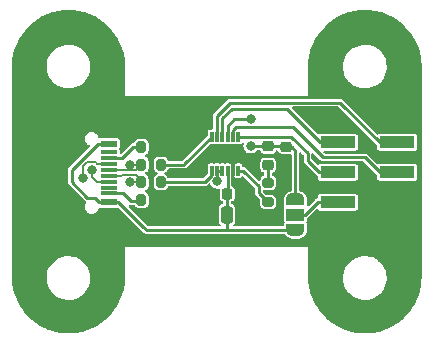
<source format=gbr>
%TF.GenerationSoftware,KiCad,Pcbnew,7.0.5*%
%TF.CreationDate,2023-07-02T14:02:18+02:00*%
%TF.ProjectId,usb_to_serial_converter,7573625f-746f-45f7-9365-7269616c5f63,rev?*%
%TF.SameCoordinates,Original*%
%TF.FileFunction,Copper,L1,Top*%
%TF.FilePolarity,Positive*%
%FSLAX46Y46*%
G04 Gerber Fmt 4.6, Leading zero omitted, Abs format (unit mm)*
G04 Created by KiCad (PCBNEW 7.0.5) date 2023-07-02 14:02:18*
%MOMM*%
%LPD*%
G01*
G04 APERTURE LIST*
G04 Aperture macros list*
%AMRoundRect*
0 Rectangle with rounded corners*
0 $1 Rounding radius*
0 $2 $3 $4 $5 $6 $7 $8 $9 X,Y pos of 4 corners*
0 Add a 4 corners polygon primitive as box body*
4,1,4,$2,$3,$4,$5,$6,$7,$8,$9,$2,$3,0*
0 Add four circle primitives for the rounded corners*
1,1,$1+$1,$2,$3*
1,1,$1+$1,$4,$5*
1,1,$1+$1,$6,$7*
1,1,$1+$1,$8,$9*
0 Add four rect primitives between the rounded corners*
20,1,$1+$1,$2,$3,$4,$5,0*
20,1,$1+$1,$4,$5,$6,$7,0*
20,1,$1+$1,$6,$7,$8,$9,0*
20,1,$1+$1,$8,$9,$2,$3,0*%
%AMFreePoly0*
4,1,19,0.550000,-0.750000,0.000000,-0.750000,0.000000,-0.744911,-0.071157,-0.744911,-0.207708,-0.704816,-0.327430,-0.627875,-0.420627,-0.520320,-0.479746,-0.390866,-0.500000,-0.250000,-0.500000,0.250000,-0.479746,0.390866,-0.420627,0.520320,-0.327430,0.627875,-0.207708,0.704816,-0.071157,0.744911,0.000000,0.744911,0.000000,0.750000,0.550000,0.750000,0.550000,-0.750000,0.550000,-0.750000,
$1*%
%AMFreePoly1*
4,1,19,0.000000,0.744911,0.071157,0.744911,0.207708,0.704816,0.327430,0.627875,0.420627,0.520320,0.479746,0.390866,0.500000,0.250000,0.500000,-0.250000,0.479746,-0.390866,0.420627,-0.520320,0.327430,-0.627875,0.207708,-0.704816,0.071157,-0.744911,0.000000,-0.744911,0.000000,-0.750000,-0.550000,-0.750000,-0.550000,0.750000,0.000000,0.750000,0.000000,0.744911,0.000000,0.744911,
$1*%
G04 Aperture macros list end*
%TA.AperFunction,SMDPad,CuDef*%
%ADD10RoundRect,0.200000X-0.200000X-0.275000X0.200000X-0.275000X0.200000X0.275000X-0.200000X0.275000X0*%
%TD*%
%TA.AperFunction,SMDPad,CuDef*%
%ADD11FreePoly0,90.000000*%
%TD*%
%TA.AperFunction,SMDPad,CuDef*%
%ADD12R,1.500000X1.000000*%
%TD*%
%TA.AperFunction,SMDPad,CuDef*%
%ADD13FreePoly1,90.000000*%
%TD*%
%TA.AperFunction,SMDPad,CuDef*%
%ADD14R,3.000000X1.000000*%
%TD*%
%TA.AperFunction,SMDPad,CuDef*%
%ADD15RoundRect,0.225000X-0.225000X-0.250000X0.225000X-0.250000X0.225000X0.250000X-0.225000X0.250000X0*%
%TD*%
%TA.AperFunction,SMDPad,CuDef*%
%ADD16R,1.450000X0.600000*%
%TD*%
%TA.AperFunction,SMDPad,CuDef*%
%ADD17R,1.450000X0.300000*%
%TD*%
%TA.AperFunction,ComponentPad*%
%ADD18O,2.100000X1.000000*%
%TD*%
%TA.AperFunction,ComponentPad*%
%ADD19O,1.600000X1.000000*%
%TD*%
%TA.AperFunction,SMDPad,CuDef*%
%ADD20RoundRect,0.225000X-0.250000X0.225000X-0.250000X-0.225000X0.250000X-0.225000X0.250000X0.225000X0*%
%TD*%
%TA.AperFunction,SMDPad,CuDef*%
%ADD21RoundRect,0.200000X-0.275000X0.200000X-0.275000X-0.200000X0.275000X-0.200000X0.275000X0.200000X0*%
%TD*%
%TA.AperFunction,SMDPad,CuDef*%
%ADD22RoundRect,0.007500X0.117500X-0.412500X0.117500X0.412500X-0.117500X0.412500X-0.117500X-0.412500X0*%
%TD*%
%TA.AperFunction,SMDPad,CuDef*%
%ADD23R,2.500000X1.600000*%
%TD*%
%TA.AperFunction,SMDPad,CuDef*%
%ADD24RoundRect,0.218750X0.256250X-0.218750X0.256250X0.218750X-0.256250X0.218750X-0.256250X-0.218750X0*%
%TD*%
%TA.AperFunction,SMDPad,CuDef*%
%ADD25RoundRect,0.250000X-0.250000X-0.475000X0.250000X-0.475000X0.250000X0.475000X-0.250000X0.475000X0*%
%TD*%
%TA.AperFunction,ViaPad*%
%ADD26C,0.500000*%
%TD*%
%TA.AperFunction,ViaPad*%
%ADD27C,0.800000*%
%TD*%
%TA.AperFunction,Conductor*%
%ADD28C,0.250000*%
%TD*%
%TA.AperFunction,Conductor*%
%ADD29C,0.200000*%
%TD*%
G04 APERTURE END LIST*
D10*
%TO.P,R2,1*%
%TO.N,Net-(J1-CC1)*%
X117775000Y-78700000D03*
%TO.P,R2,2*%
%TO.N,GND*%
X119425000Y-78700000D03*
%TD*%
D11*
%TO.P,JP1,1,A*%
%TO.N,/5v*%
X130820000Y-85760000D03*
D12*
%TO.P,JP1,2,C*%
%TO.N,Net-(J3-Pin_1)*%
X130820000Y-84460000D03*
D13*
%TO.P,JP1,3,B*%
%TO.N,/3v3*%
X130820000Y-83160000D03*
%TD*%
D14*
%TO.P,J3,1,Pin_1*%
%TO.N,Net-(J3-Pin_1)*%
X134400000Y-83400000D03*
%TO.P,J3,2,Pin_2*%
%TO.N,GND*%
X139440000Y-83400000D03*
%TO.P,J3,3,Pin_3*%
%TO.N,/TX*%
X134400000Y-80860000D03*
%TO.P,J3,4,Pin_4*%
%TO.N,/RTS*%
X139440000Y-80860000D03*
%TO.P,J3,5,Pin_5*%
%TO.N,/RX*%
X134400000Y-78320000D03*
%TO.P,J3,6,Pin_6*%
%TO.N,/CTS*%
X139440000Y-78320000D03*
%TD*%
D15*
%TO.P,C2,1*%
%TO.N,/5v*%
X125045000Y-82660000D03*
%TO.P,C2,2*%
%TO.N,GND*%
X126595000Y-82660000D03*
%TD*%
D10*
%TO.P,R4,1*%
%TO.N,/D+*%
X117775000Y-80200000D03*
%TO.P,R4,2*%
%TO.N,Net-(U1-USBDP)*%
X119425000Y-80200000D03*
%TD*%
D16*
%TO.P,J1,A1,GND*%
%TO.N,GND*%
X115000000Y-77650000D03*
%TO.P,J1,A4,VBUS*%
%TO.N,/5v*%
X115000000Y-78450000D03*
D17*
%TO.P,J1,A5,CC1*%
%TO.N,Net-(J1-CC1)*%
X115000000Y-79650000D03*
%TO.P,J1,A6,D+*%
%TO.N,/D+*%
X115000000Y-80650000D03*
%TO.P,J1,A7,D-*%
%TO.N,/D-*%
X115000000Y-81150000D03*
%TO.P,J1,A8,SBU1*%
%TO.N,unconnected-(J1-SBU1-PadA8)*%
X115000000Y-82150000D03*
D16*
%TO.P,J1,A9,VBUS*%
%TO.N,/5v*%
X115000000Y-83350000D03*
%TO.P,J1,A12,GND*%
%TO.N,GND*%
X115000000Y-84150000D03*
%TO.P,J1,B1,GND*%
X115000000Y-84150000D03*
%TO.P,J1,B4,VBUS*%
%TO.N,/5v*%
X115000000Y-83350000D03*
D17*
%TO.P,J1,B5,CC2*%
%TO.N,Net-(J1-CC2)*%
X115000000Y-82650000D03*
%TO.P,J1,B6,D+*%
%TO.N,/D+*%
X115000000Y-81650000D03*
%TO.P,J1,B7,D-*%
%TO.N,/D-*%
X115000000Y-80150000D03*
%TO.P,J1,B8,SBU2*%
%TO.N,unconnected-(J1-SBU2-PadB8)*%
X115000000Y-79150000D03*
D16*
%TO.P,J1,B9,VBUS*%
%TO.N,/5v*%
X115000000Y-78450000D03*
%TO.P,J1,B12,GND*%
%TO.N,GND*%
X115000000Y-77650000D03*
D18*
%TO.P,J1,S1,SHIELD*%
X114085000Y-76580000D03*
D19*
X109905000Y-76580000D03*
D18*
X114085000Y-85220000D03*
D19*
X109905000Y-85220000D03*
%TD*%
D20*
%TO.P,C3,1*%
%TO.N,/3v3*%
X130020000Y-78685000D03*
%TO.P,C3,2*%
%TO.N,GND*%
X130020000Y-80235000D03*
%TD*%
D21*
%TO.P,R5,1*%
%TO.N,Net-(D1-K)*%
X128520000Y-81735000D03*
%TO.P,R5,2*%
%TO.N,/LED*%
X128520000Y-83385000D03*
%TD*%
D10*
%TO.P,R1,1*%
%TO.N,Net-(J1-CC2)*%
X117775000Y-83200000D03*
%TO.P,R1,2*%
%TO.N,GND*%
X119425000Y-83200000D03*
%TD*%
D22*
%TO.P,U1,1,USBDM*%
%TO.N,Net-(U1-USBDM)*%
X123720000Y-80730000D03*
%TO.P,U1,2,~{RESET}*%
%TO.N,/3v3*%
X124170000Y-80730000D03*
%TO.P,U1,3,3V3OUT*%
X124620000Y-80730000D03*
%TO.P,U1,4,VCC*%
%TO.N,/5v*%
X125070000Y-80730000D03*
%TO.P,U1,5,GND*%
%TO.N,GND*%
X125520000Y-80730000D03*
%TO.P,U1,6,CBUS0*%
%TO.N,/LED*%
X125970000Y-80730000D03*
%TO.P,U1,7,TXD*%
%TO.N,/TX*%
X125970000Y-77860000D03*
%TO.P,U1,8,~{RTS}*%
%TO.N,/RTS*%
X125520000Y-77860000D03*
%TO.P,U1,9,VCCIO*%
%TO.N,/3v3*%
X125070000Y-77860000D03*
%TO.P,U1,10,RXD*%
%TO.N,/RX*%
X124620000Y-77860000D03*
%TO.P,U1,11,~{CTS}*%
%TO.N,/CTS*%
X124170000Y-77860000D03*
%TO.P,U1,12,USBDP*%
%TO.N,Net-(U1-USBDP)*%
X123720000Y-77860000D03*
D23*
%TO.P,U1,13,GND*%
%TO.N,GND*%
X124845000Y-79295000D03*
%TD*%
D10*
%TO.P,R3,1*%
%TO.N,/D-*%
X117775000Y-81700000D03*
%TO.P,R3,2*%
%TO.N,Net-(U1-USBDM)*%
X119425000Y-81700000D03*
%TD*%
D24*
%TO.P,D1,1,K*%
%TO.N,Net-(D1-K)*%
X128520000Y-80247500D03*
%TO.P,D1,2,A*%
%TO.N,/3v3*%
X128520000Y-78672500D03*
%TD*%
D25*
%TO.P,C1,1*%
%TO.N,/5v*%
X125020000Y-84460000D03*
%TO.P,C1,2*%
%TO.N,GND*%
X126920000Y-84460000D03*
%TD*%
D26*
%TO.N,GND*%
X138900000Y-82400000D03*
X124845000Y-78900000D03*
X125745000Y-79700000D03*
X123900000Y-79700000D03*
D27*
X115800000Y-76700000D03*
D26*
X123900000Y-78900000D03*
D27*
X115800000Y-85100000D03*
D26*
X125745000Y-78900000D03*
X137300000Y-83100000D03*
D27*
X130020000Y-81560000D03*
D26*
X124845000Y-79700000D03*
X138900000Y-84400000D03*
X137300000Y-83800000D03*
X137900000Y-84400000D03*
X137900000Y-82400000D03*
D27*
%TO.N,/3v3*%
X127020000Y-76335500D03*
X124189311Y-81637151D03*
X127020000Y-78660000D03*
%TO.N,/D+*%
X116800000Y-80200000D03*
X113600000Y-80700000D03*
%TO.N,/D-*%
X112843892Y-81356108D03*
X116800000Y-81700000D03*
%TD*%
D28*
%TO.N,/5v*%
X115000000Y-78450000D02*
X114104949Y-78450000D01*
X125020000Y-85760000D02*
X118235500Y-85760000D01*
X111900000Y-80654949D02*
X111900000Y-81700000D01*
X118235500Y-85760000D02*
X117937750Y-85462250D01*
X113200000Y-83000000D02*
X113825000Y-83000000D01*
X115000000Y-83350000D02*
X115825500Y-83350000D01*
X113825000Y-83000000D02*
X114175000Y-83350000D01*
X114175000Y-83350000D02*
X115000000Y-83350000D01*
X111900000Y-81700000D02*
X113200000Y-83000000D01*
X114104949Y-78450000D02*
X111900000Y-80654949D01*
X125070000Y-80730000D02*
X125070000Y-82635000D01*
X115825500Y-83350000D02*
X117937750Y-85462250D01*
X125020000Y-85760000D02*
X125020000Y-84460000D01*
X125070000Y-82635000D02*
X125045000Y-82660000D01*
X125020000Y-82685000D02*
X125045000Y-82660000D01*
X125020000Y-85760000D02*
X130820000Y-85760000D01*
X125020000Y-84460000D02*
X125020000Y-82685000D01*
%TO.N,GND*%
X130020000Y-80235000D02*
X130020000Y-81560000D01*
X124945000Y-79295000D02*
X125414774Y-79295000D01*
%TO.N,/3v3*%
X124170000Y-81610000D02*
X124170000Y-81617840D01*
X124170000Y-81610000D02*
X124170000Y-80730000D01*
X130485000Y-78685000D02*
X130820000Y-79020000D01*
X128520000Y-78672500D02*
X128507500Y-78660000D01*
X130007500Y-78672500D02*
X130020000Y-78685000D01*
X125644500Y-76335500D02*
X125070000Y-76910000D01*
X124170000Y-80730000D02*
X124620000Y-80730000D01*
X125070000Y-76910000D02*
X125070000Y-77860000D01*
X128507500Y-78660000D02*
X127020000Y-78660000D01*
X130820000Y-79020000D02*
X130820000Y-83160000D01*
X127020000Y-76335500D02*
X125644500Y-76335500D01*
X128520000Y-78672500D02*
X130007500Y-78672500D01*
X124170000Y-81617840D02*
X124189311Y-81637151D01*
X130020000Y-78685000D02*
X130485000Y-78685000D01*
%TO.N,Net-(D1-K)*%
X128520000Y-81735000D02*
X128520000Y-80247500D01*
%TO.N,Net-(J1-CC1)*%
X115000000Y-79650000D02*
X116150000Y-79650000D01*
X117100000Y-78700000D02*
X117775000Y-78700000D01*
X116150000Y-79650000D02*
X117100000Y-78700000D01*
D29*
%TO.N,/D+*%
X115000000Y-80650000D02*
X116087501Y-80650000D01*
X116087501Y-80650000D02*
X116112501Y-80675000D01*
X117300000Y-80675000D02*
X117775000Y-80200000D01*
X116112501Y-80675000D02*
X117300000Y-80675000D01*
X114025000Y-81650000D02*
X115000000Y-81650000D01*
X116800000Y-80200000D02*
X117775000Y-80200000D01*
X113600000Y-80700000D02*
X113600000Y-81225000D01*
X113600000Y-81225000D02*
X114025000Y-81650000D01*
%TO.N,/D-*%
X117300000Y-81125000D02*
X117775000Y-81600000D01*
X116800000Y-81700000D02*
X117775000Y-81700000D01*
X116112501Y-81125000D02*
X117300000Y-81125000D01*
X112843892Y-80356108D02*
X113200000Y-80000000D01*
X112843892Y-81356108D02*
X112843892Y-80356108D01*
X114039950Y-80150000D02*
X115000000Y-80150000D01*
X115000000Y-81150000D02*
X116087501Y-81150000D01*
X116087501Y-81150000D02*
X116112501Y-81125000D01*
X113889950Y-80000000D02*
X114039950Y-80150000D01*
X113200000Y-80000000D02*
X113889950Y-80000000D01*
X117775000Y-81600000D02*
X117775000Y-81700000D01*
D28*
%TO.N,Net-(J1-CC2)*%
X115000000Y-82650000D02*
X116250000Y-82650000D01*
X116250000Y-82650000D02*
X116900000Y-83300000D01*
X116900000Y-83300000D02*
X117775000Y-83300000D01*
%TO.N,Net-(U1-USBDM)*%
X119425000Y-81700000D02*
X123096157Y-81700000D01*
X123141157Y-81660000D02*
X123720000Y-81081157D01*
X123720000Y-81081157D02*
X123720000Y-80730000D01*
%TO.N,Net-(U1-USBDP)*%
X119425000Y-80200000D02*
X121380000Y-80200000D01*
X121420000Y-80160000D02*
X123720000Y-77860000D01*
X121380000Y-80200000D02*
X121420000Y-80160000D01*
%TO.N,/LED*%
X126390000Y-80730000D02*
X127720000Y-82060000D01*
X125970000Y-80730000D02*
X126390000Y-80730000D01*
X127720000Y-82060000D02*
X127720000Y-82585000D01*
X127720000Y-82585000D02*
X128520000Y-83385000D01*
%TO.N,Net-(J3-Pin_1)*%
X131640000Y-84460000D02*
X132700000Y-83400000D01*
X132700000Y-83400000D02*
X134400000Y-83400000D01*
X130820000Y-84460000D02*
X131640000Y-84460000D01*
%TO.N,/RX*%
X134400000Y-78320000D02*
X132920000Y-78320000D01*
X130060000Y-75460000D02*
X125420000Y-75460000D01*
X124620000Y-76260000D02*
X124620000Y-77860000D01*
X125420000Y-75460000D02*
X124620000Y-76260000D01*
X132920000Y-78320000D02*
X130060000Y-75460000D01*
%TO.N,/RTS*%
X133160000Y-79600000D02*
X136700000Y-79600000D01*
X125520000Y-77860000D02*
X125520000Y-77309774D01*
X130620000Y-77060000D02*
X133160000Y-79600000D01*
X125520000Y-77309774D02*
X125769774Y-77060000D01*
X125769774Y-77060000D02*
X130620000Y-77060000D01*
X136700000Y-79600000D02*
X137960000Y-80860000D01*
X137960000Y-80860000D02*
X139440000Y-80860000D01*
%TO.N,/TX*%
X130447817Y-77860000D02*
X125970000Y-77860000D01*
X131843908Y-79863908D02*
X131843908Y-79256092D01*
X132840000Y-80860000D02*
X131843908Y-79863908D01*
X134400000Y-80860000D02*
X132840000Y-80860000D01*
X131843908Y-79256092D02*
X130447817Y-77860000D01*
%TO.N,/CTS*%
X137940000Y-78320000D02*
X134580000Y-74960000D01*
X125283604Y-74960000D02*
X124170000Y-76073604D01*
X139440000Y-78320000D02*
X137940000Y-78320000D01*
X124170000Y-76073604D02*
X124170000Y-77860000D01*
X134580000Y-74960000D02*
X125283604Y-74960000D01*
%TD*%
%TA.AperFunction,Conductor*%
%TO.N,GND*%
G36*
X126446722Y-78342537D02*
G01*
X126467900Y-78399940D01*
X126460440Y-78441712D01*
X126434957Y-78503232D01*
X126434955Y-78503241D01*
X126414318Y-78659999D01*
X126414318Y-78660000D01*
X126434955Y-78816758D01*
X126434957Y-78816766D01*
X126495462Y-78962838D01*
X126495462Y-78962839D01*
X126586898Y-79082001D01*
X126591718Y-79088282D01*
X126591722Y-79088285D01*
X126591723Y-79088286D01*
X126607385Y-79100304D01*
X126717159Y-79184536D01*
X126717160Y-79184536D01*
X126717161Y-79184537D01*
X126789708Y-79214587D01*
X126863238Y-79245044D01*
X126980809Y-79260522D01*
X127019999Y-79265682D01*
X127020000Y-79265682D01*
X127020001Y-79265682D01*
X127051352Y-79261554D01*
X127176762Y-79245044D01*
X127322841Y-79184536D01*
X127448282Y-79088282D01*
X127497428Y-79024232D01*
X127547852Y-78989577D01*
X127575970Y-78985500D01*
X127780570Y-78985500D01*
X127838761Y-79004407D01*
X127868779Y-79039554D01*
X127895284Y-79091572D01*
X127920342Y-79140751D01*
X128014249Y-79234658D01*
X128132580Y-79294951D01*
X128199130Y-79305491D01*
X128230751Y-79310500D01*
X128230754Y-79310500D01*
X128809249Y-79310500D01*
X128837803Y-79305976D01*
X128907420Y-79294951D01*
X129025751Y-79234658D01*
X129119658Y-79140751D01*
X129164851Y-79052054D01*
X129208117Y-79008790D01*
X129253061Y-78998000D01*
X129276621Y-78998000D01*
X129334812Y-79016907D01*
X129364829Y-79052053D01*
X129421472Y-79163220D01*
X129516780Y-79258528D01*
X129516782Y-79258529D01*
X129636867Y-79319716D01*
X129636869Y-79319716D01*
X129636874Y-79319719D01*
X129712541Y-79331703D01*
X129736510Y-79335500D01*
X129736512Y-79335500D01*
X130303490Y-79335500D01*
X130323868Y-79332272D01*
X130380014Y-79323379D01*
X130440444Y-79332950D01*
X130483709Y-79376214D01*
X130494500Y-79421160D01*
X130494500Y-82373399D01*
X130475593Y-82431590D01*
X130426093Y-82467554D01*
X130409593Y-82471391D01*
X130398590Y-82472973D01*
X130342767Y-82489364D01*
X130342763Y-82489365D01*
X130342762Y-82489366D01*
X130330546Y-82494945D01*
X130211980Y-82549092D01*
X130211967Y-82549099D01*
X130163036Y-82580545D01*
X130163023Y-82580554D01*
X130054377Y-82674696D01*
X130054360Y-82674713D01*
X130016261Y-82718681D01*
X130016255Y-82718689D01*
X129938536Y-82839624D01*
X129938532Y-82839631D01*
X129914359Y-82892564D01*
X129873853Y-83030515D01*
X129873852Y-83030520D01*
X129865572Y-83088111D01*
X129865572Y-83710002D01*
X129881133Y-83788233D01*
X129884812Y-83797115D01*
X129889613Y-83858112D01*
X129884814Y-83872881D01*
X129881132Y-83881769D01*
X129869501Y-83940241D01*
X129869500Y-83940253D01*
X129869500Y-84979746D01*
X129869501Y-84979758D01*
X129881132Y-85038230D01*
X129884813Y-85047116D01*
X129889612Y-85108113D01*
X129884813Y-85122882D01*
X129881133Y-85131765D01*
X129865572Y-85209997D01*
X129865572Y-85335500D01*
X129846665Y-85393691D01*
X129797165Y-85429655D01*
X129766572Y-85434500D01*
X125652707Y-85434500D01*
X125594516Y-85415593D01*
X125558552Y-85366093D01*
X125558552Y-85304907D01*
X125588235Y-85263728D01*
X125586903Y-85262396D01*
X125592142Y-85257155D01*
X125592150Y-85257150D01*
X125672793Y-85147882D01*
X125717646Y-85019699D01*
X125720499Y-84989273D01*
X125720500Y-84989273D01*
X125720500Y-83930726D01*
X125720499Y-83930725D01*
X125720481Y-83930535D01*
X125717646Y-83900301D01*
X125672793Y-83772118D01*
X125639199Y-83726600D01*
X125592154Y-83662855D01*
X125592152Y-83662853D01*
X125592150Y-83662850D01*
X125592146Y-83662847D01*
X125592144Y-83662845D01*
X125482884Y-83582207D01*
X125411801Y-83557334D01*
X125363121Y-83520268D01*
X125345500Y-83463890D01*
X125345500Y-83409747D01*
X125364407Y-83351556D01*
X125399555Y-83321537D01*
X125403121Y-83319719D01*
X125403126Y-83319719D01*
X125523220Y-83258528D01*
X125618528Y-83163220D01*
X125679719Y-83043126D01*
X125695500Y-82943488D01*
X125695500Y-82376512D01*
X125695499Y-82376508D01*
X125690246Y-82343342D01*
X125679719Y-82276874D01*
X125679716Y-82276869D01*
X125679716Y-82276867D01*
X125618529Y-82156782D01*
X125618528Y-82156780D01*
X125523220Y-82061472D01*
X125449552Y-82023936D01*
X125406289Y-81980673D01*
X125395500Y-81935732D01*
X125395500Y-80701525D01*
X125395499Y-80701521D01*
X125395499Y-80297014D01*
X125395499Y-80297013D01*
X125644499Y-80297013D01*
X125644500Y-80787395D01*
X125644500Y-81162982D01*
X125644501Y-81162992D01*
X125656567Y-81223656D01*
X125656568Y-81223659D01*
X125667552Y-81240097D01*
X125702540Y-81292460D01*
X125722942Y-81306092D01*
X125771341Y-81338432D01*
X125786405Y-81341428D01*
X125832013Y-81350500D01*
X126107986Y-81350499D01*
X126107990Y-81350498D01*
X126107992Y-81350498D01*
X126127833Y-81346551D01*
X126168658Y-81338432D01*
X126237460Y-81292460D01*
X126272448Y-81240095D01*
X126320496Y-81202216D01*
X126381634Y-81199814D01*
X126424767Y-81225093D01*
X127365504Y-82165830D01*
X127393281Y-82220347D01*
X127394500Y-82235834D01*
X127394500Y-82568625D01*
X127394312Y-82572927D01*
X127392211Y-82596948D01*
X127390736Y-82613806D01*
X127401354Y-82653436D01*
X127402289Y-82657652D01*
X127409411Y-82698045D01*
X127410164Y-82699348D01*
X127420054Y-82723224D01*
X127420443Y-82724679D01*
X127420446Y-82724684D01*
X127442026Y-82755504D01*
X127443971Y-82758281D01*
X127446292Y-82761924D01*
X127466806Y-82797455D01*
X127498224Y-82823818D01*
X127501410Y-82826737D01*
X127815504Y-83140830D01*
X127843281Y-83195347D01*
X127844500Y-83210834D01*
X127844500Y-83616520D01*
X127844501Y-83616523D01*
X127859352Y-83710299D01*
X127859354Y-83710304D01*
X127916950Y-83823342D01*
X128006658Y-83913050D01*
X128119696Y-83970646D01*
X128213481Y-83985500D01*
X128826518Y-83985499D01*
X128826520Y-83985499D01*
X128826521Y-83985498D01*
X128873411Y-83978072D01*
X128920299Y-83970647D01*
X128920299Y-83970646D01*
X128920304Y-83970646D01*
X129033342Y-83913050D01*
X129123050Y-83823342D01*
X129180646Y-83710304D01*
X129195500Y-83616519D01*
X129195499Y-83153482D01*
X129185472Y-83090170D01*
X129180647Y-83059700D01*
X129180646Y-83059698D01*
X129180646Y-83059696D01*
X129123050Y-82946658D01*
X129033342Y-82856950D01*
X128920304Y-82799354D01*
X128920305Y-82799354D01*
X128826522Y-82784500D01*
X128826519Y-82784500D01*
X128420834Y-82784500D01*
X128362643Y-82765593D01*
X128350830Y-82755504D01*
X128093082Y-82497756D01*
X128065305Y-82443239D01*
X128074876Y-82382807D01*
X128118141Y-82339542D01*
X128178572Y-82329971D01*
X128213481Y-82335500D01*
X128826518Y-82335499D01*
X128826520Y-82335499D01*
X128826521Y-82335498D01*
X128895969Y-82324500D01*
X128920299Y-82320647D01*
X128920299Y-82320646D01*
X128920304Y-82320646D01*
X129033342Y-82263050D01*
X129123050Y-82173342D01*
X129180646Y-82060304D01*
X129195500Y-81966519D01*
X129195499Y-81503482D01*
X129185283Y-81438976D01*
X129180647Y-81409700D01*
X129180646Y-81409698D01*
X129180646Y-81409696D01*
X129123050Y-81296658D01*
X129033342Y-81206950D01*
X129019337Y-81199814D01*
X128920306Y-81149354D01*
X128913908Y-81147276D01*
X128864408Y-81111313D01*
X128845500Y-81053122D01*
X128845500Y-80961997D01*
X128864407Y-80903806D01*
X128902005Y-80876488D01*
X128900477Y-80873489D01*
X128932134Y-80857358D01*
X129025751Y-80809658D01*
X129119658Y-80715751D01*
X129179951Y-80597420D01*
X129193815Y-80509887D01*
X129195500Y-80499248D01*
X129195500Y-79995751D01*
X129188965Y-79954496D01*
X129179951Y-79897580D01*
X129119658Y-79779249D01*
X129025751Y-79685342D01*
X129016431Y-79680593D01*
X128907423Y-79625050D01*
X128907420Y-79625049D01*
X128882876Y-79621161D01*
X128809249Y-79609500D01*
X128809246Y-79609500D01*
X128230754Y-79609500D01*
X128230751Y-79609500D01*
X128132580Y-79625049D01*
X128132576Y-79625050D01*
X128014250Y-79685341D01*
X127920341Y-79779250D01*
X127860050Y-79897576D01*
X127860049Y-79897580D01*
X127844500Y-79995751D01*
X127844500Y-80499248D01*
X127860049Y-80597419D01*
X127860050Y-80597423D01*
X127910005Y-80695463D01*
X127920342Y-80715751D01*
X128014249Y-80809658D01*
X128072120Y-80839145D01*
X128139523Y-80873489D01*
X128137989Y-80876498D01*
X128175559Y-80903761D01*
X128194499Y-80961941D01*
X128194499Y-81053121D01*
X128175592Y-81111312D01*
X128126093Y-81147275D01*
X128119696Y-81149353D01*
X128006659Y-81206949D01*
X127916949Y-81296659D01*
X127859354Y-81409694D01*
X127844719Y-81502092D01*
X127816941Y-81556608D01*
X127762424Y-81584385D01*
X127701992Y-81574813D01*
X127676934Y-81556608D01*
X126631741Y-80511414D01*
X126628822Y-80508229D01*
X126602456Y-80476806D01*
X126579818Y-80463736D01*
X126566918Y-80456288D01*
X126563288Y-80453975D01*
X126529684Y-80430446D01*
X126529679Y-80430443D01*
X126528224Y-80430054D01*
X126504348Y-80420164D01*
X126503045Y-80419411D01*
X126462652Y-80412289D01*
X126458436Y-80411354D01*
X126432855Y-80404500D01*
X126418807Y-80400736D01*
X126418806Y-80400736D01*
X126403125Y-80402108D01*
X126343508Y-80388342D01*
X126303368Y-80342164D01*
X126295499Y-80303484D01*
X126295499Y-80297017D01*
X126295498Y-80297007D01*
X126283432Y-80236343D01*
X126283431Y-80236340D01*
X126257760Y-80197921D01*
X126237460Y-80167540D01*
X126225429Y-80159501D01*
X126168658Y-80121567D01*
X126107988Y-80109500D01*
X125832017Y-80109500D01*
X125832007Y-80109501D01*
X125771343Y-80121567D01*
X125771340Y-80121568D01*
X125702542Y-80167538D01*
X125702538Y-80167542D01*
X125656567Y-80236341D01*
X125644500Y-80297010D01*
X125644499Y-80297013D01*
X125395499Y-80297013D01*
X125394641Y-80292701D01*
X125383432Y-80236343D01*
X125383431Y-80236340D01*
X125357760Y-80197921D01*
X125337460Y-80167540D01*
X125325429Y-80159501D01*
X125268658Y-80121567D01*
X125207988Y-80109500D01*
X124932017Y-80109500D01*
X124932004Y-80109502D01*
X124864311Y-80122965D01*
X124825688Y-80122965D01*
X124757989Y-80109500D01*
X124482017Y-80109500D01*
X124482004Y-80109502D01*
X124414311Y-80122965D01*
X124375688Y-80122965D01*
X124307989Y-80109500D01*
X124032017Y-80109500D01*
X124032004Y-80109502D01*
X123964311Y-80122965D01*
X123925688Y-80122965D01*
X123857989Y-80109500D01*
X123582017Y-80109500D01*
X123582007Y-80109501D01*
X123521343Y-80121567D01*
X123521340Y-80121568D01*
X123452542Y-80167538D01*
X123452538Y-80167542D01*
X123406567Y-80236341D01*
X123394500Y-80297010D01*
X123394500Y-80701525D01*
X123394499Y-80905323D01*
X123375591Y-80963514D01*
X123365503Y-80975326D01*
X122995327Y-81345503D01*
X122940810Y-81373281D01*
X122925323Y-81374500D01*
X120106879Y-81374500D01*
X120048688Y-81355593D01*
X120012724Y-81306093D01*
X120012724Y-81306092D01*
X120010645Y-81299693D01*
X119971903Y-81223659D01*
X119953050Y-81186658D01*
X119863342Y-81096950D01*
X119863339Y-81096948D01*
X119748058Y-81038209D01*
X119704793Y-80994945D01*
X119695222Y-80934513D01*
X119723000Y-80879996D01*
X119748058Y-80861791D01*
X119809376Y-80830547D01*
X119863342Y-80803050D01*
X119953050Y-80713342D01*
X120010646Y-80600304D01*
X120010647Y-80600299D01*
X120012724Y-80593908D01*
X120048687Y-80544408D01*
X120106878Y-80525500D01*
X121363626Y-80525500D01*
X121367926Y-80525687D01*
X121408807Y-80529264D01*
X121448452Y-80518640D01*
X121452650Y-80517710D01*
X121493045Y-80510588D01*
X121494345Y-80509838D01*
X121518236Y-80499942D01*
X121518464Y-80499880D01*
X121519684Y-80499554D01*
X121553303Y-80476012D01*
X121556911Y-80473714D01*
X121592455Y-80453194D01*
X121618832Y-80421757D01*
X121621731Y-80418593D01*
X121670298Y-80370028D01*
X121670297Y-80370028D01*
X121717063Y-80323263D01*
X121717066Y-80323258D01*
X123530832Y-78509493D01*
X123585347Y-78481718D01*
X123600822Y-78480499D01*
X123857986Y-78480499D01*
X123918658Y-78468432D01*
X123918659Y-78468430D01*
X123925688Y-78467033D01*
X123964316Y-78467034D01*
X123971341Y-78468431D01*
X123971342Y-78468432D01*
X124032013Y-78480500D01*
X124307986Y-78480499D01*
X124368658Y-78468432D01*
X124368659Y-78468430D01*
X124375688Y-78467033D01*
X124414316Y-78467034D01*
X124421341Y-78468431D01*
X124421342Y-78468432D01*
X124482013Y-78480500D01*
X124757986Y-78480499D01*
X124818658Y-78468432D01*
X124818659Y-78468430D01*
X124825688Y-78467033D01*
X124864316Y-78467034D01*
X124871341Y-78468431D01*
X124871342Y-78468432D01*
X124932013Y-78480500D01*
X125207986Y-78480499D01*
X125268658Y-78468432D01*
X125268659Y-78468430D01*
X125275688Y-78467033D01*
X125314316Y-78467034D01*
X125321341Y-78468431D01*
X125321342Y-78468432D01*
X125382013Y-78480500D01*
X125657986Y-78480499D01*
X125718658Y-78468432D01*
X125718659Y-78468430D01*
X125725688Y-78467033D01*
X125764316Y-78467034D01*
X125771341Y-78468431D01*
X125771342Y-78468432D01*
X125832013Y-78480500D01*
X126107986Y-78480499D01*
X126107990Y-78480498D01*
X126107992Y-78480498D01*
X126127833Y-78476551D01*
X126168658Y-78468432D01*
X126237460Y-78422460D01*
X126283432Y-78353658D01*
X126283432Y-78353656D01*
X126286660Y-78348826D01*
X126334710Y-78310946D01*
X126395848Y-78308544D01*
X126446722Y-78342537D01*
G37*
%TD.AperFunction*%
%TA.AperFunction,Conductor*%
G36*
X111716493Y-67105385D02*
G01*
X111919953Y-67114792D01*
X111921937Y-67114927D01*
X112149586Y-67135416D01*
X112151869Y-67135678D01*
X112353538Y-67163809D01*
X112355478Y-67164121D01*
X112580412Y-67204940D01*
X112582816Y-67205441D01*
X112780871Y-67252023D01*
X112782686Y-67252487D01*
X113003178Y-67313339D01*
X113005616Y-67314083D01*
X113198415Y-67378703D01*
X113199979Y-67379259D01*
X113414373Y-67459722D01*
X113416875Y-67460743D01*
X113602605Y-67542751D01*
X113603969Y-67543381D01*
X113753803Y-67615538D01*
X113810540Y-67642861D01*
X113813151Y-67644215D01*
X113990095Y-67742773D01*
X113991368Y-67743507D01*
X114188517Y-67861298D01*
X114191083Y-67862942D01*
X114357720Y-67977091D01*
X114358841Y-67977882D01*
X114545078Y-68113190D01*
X114547606Y-68115155D01*
X114702491Y-68243771D01*
X114703434Y-68244573D01*
X114877291Y-68396467D01*
X114879715Y-68398734D01*
X115021505Y-68540524D01*
X115022282Y-68541318D01*
X115182397Y-68708785D01*
X115184702Y-68711371D01*
X115312381Y-68865130D01*
X115386016Y-68957465D01*
X115457890Y-69047592D01*
X115460018Y-69050470D01*
X115572049Y-69214015D01*
X115701432Y-69410023D01*
X115703365Y-69413206D01*
X115798792Y-69584530D01*
X115911050Y-69793139D01*
X115912744Y-69796603D01*
X115990662Y-69973072D01*
X116084985Y-70193751D01*
X116086403Y-70197477D01*
X116146104Y-70375602D01*
X116221788Y-70608530D01*
X116222896Y-70612495D01*
X116263809Y-70786449D01*
X116320326Y-71034067D01*
X116321093Y-71038245D01*
X116342874Y-71194379D01*
X116379779Y-71466828D01*
X116380174Y-71471188D01*
X116382538Y-71522321D01*
X116390386Y-71697067D01*
X116399450Y-71898883D01*
X116399500Y-71901104D01*
X116399500Y-74380391D01*
X116399424Y-74380774D01*
X116399459Y-74400000D01*
X116399500Y-74400099D01*
X116399617Y-74400383D01*
X116400000Y-74400541D01*
X116400002Y-74400539D01*
X116419651Y-74400527D01*
X116419787Y-74400500D01*
X131880213Y-74400500D01*
X131880348Y-74400527D01*
X131899997Y-74400539D01*
X131900000Y-74400541D01*
X131900383Y-74400383D01*
X131900500Y-74400099D01*
X131900541Y-74400000D01*
X131900540Y-74399997D01*
X131900575Y-74380774D01*
X131900499Y-74380396D01*
X131900499Y-71967765D01*
X134845788Y-71967765D01*
X134875414Y-72237020D01*
X134909997Y-72369301D01*
X134943928Y-72499088D01*
X135049870Y-72748390D01*
X135121999Y-72866577D01*
X135190983Y-72979612D01*
X135280252Y-73086880D01*
X135364255Y-73187820D01*
X135565998Y-73368582D01*
X135788624Y-73515870D01*
X135791913Y-73518046D01*
X135924100Y-73580012D01*
X136037176Y-73633020D01*
X136182628Y-73676780D01*
X136296555Y-73711056D01*
X136296559Y-73711057D01*
X136296569Y-73711060D01*
X136463840Y-73735677D01*
X136564560Y-73750500D01*
X136564561Y-73750500D01*
X136767631Y-73750500D01*
X136970156Y-73735677D01*
X137234553Y-73676780D01*
X137487558Y-73580014D01*
X137723777Y-73447441D01*
X137938177Y-73281888D01*
X138126186Y-73086881D01*
X138283799Y-72866579D01*
X138407656Y-72625675D01*
X138495118Y-72369305D01*
X138544319Y-72102933D01*
X138554212Y-71832235D01*
X138524586Y-71562982D01*
X138456072Y-71300912D01*
X138350130Y-71051610D01*
X138209018Y-70820390D01*
X138180772Y-70786449D01*
X138035746Y-70612181D01*
X137834007Y-70431422D01*
X137834004Y-70431420D01*
X137834002Y-70431418D01*
X137684489Y-70332501D01*
X137608086Y-70281953D01*
X137362822Y-70166979D01*
X137103444Y-70088943D01*
X137103428Y-70088939D01*
X136835440Y-70049500D01*
X136835439Y-70049500D01*
X136632369Y-70049500D01*
X136429848Y-70064322D01*
X136165450Y-70123219D01*
X135912439Y-70219987D01*
X135676219Y-70352561D01*
X135461826Y-70518108D01*
X135273814Y-70713119D01*
X135116199Y-70933422D01*
X134992342Y-71174328D01*
X134904884Y-71430687D01*
X134904881Y-71430698D01*
X134855680Y-71697069D01*
X134845788Y-71967765D01*
X131900499Y-71967765D01*
X131900499Y-71901102D01*
X131900549Y-71898882D01*
X131903542Y-71832235D01*
X131917474Y-71522028D01*
X131919826Y-71471164D01*
X131920216Y-71466855D01*
X131957172Y-71194040D01*
X131978905Y-71038239D01*
X131979669Y-71034079D01*
X132036192Y-70786434D01*
X132077112Y-70612456D01*
X132078195Y-70608580D01*
X132153929Y-70375498D01*
X132213606Y-70197445D01*
X132214996Y-70193794D01*
X132309388Y-69972951D01*
X132387269Y-69796570D01*
X132388932Y-69793171D01*
X132501230Y-69584486D01*
X132596639Y-69413195D01*
X132598555Y-69410040D01*
X132727962Y-69213997D01*
X132840006Y-69050434D01*
X132842082Y-69047627D01*
X132987639Y-68865103D01*
X133115327Y-68711335D01*
X133117572Y-68708817D01*
X133277822Y-68541208D01*
X133278447Y-68540570D01*
X133420298Y-68398719D01*
X133422677Y-68396494D01*
X133596646Y-68244502D01*
X133597471Y-68243800D01*
X133752427Y-68115127D01*
X133754886Y-68113215D01*
X133941183Y-67977863D01*
X133942222Y-67977130D01*
X134108947Y-67862921D01*
X134111452Y-67861316D01*
X134308690Y-67743472D01*
X134309877Y-67742787D01*
X134486874Y-67644200D01*
X134489437Y-67642871D01*
X134696080Y-67543357D01*
X134697348Y-67542771D01*
X134883149Y-67460732D01*
X134885601Y-67459732D01*
X135100059Y-67379244D01*
X135101549Y-67378714D01*
X135294403Y-67314077D01*
X135296801Y-67313345D01*
X135517339Y-67252480D01*
X135519103Y-67252029D01*
X135717198Y-67205437D01*
X135719570Y-67204943D01*
X135944537Y-67164118D01*
X135946446Y-67163811D01*
X136148139Y-67135676D01*
X136150403Y-67135417D01*
X136378069Y-67114927D01*
X136380040Y-67114792D01*
X136583506Y-67105385D01*
X136585785Y-67105333D01*
X136814215Y-67105333D01*
X136816493Y-67105385D01*
X137019953Y-67114792D01*
X137021937Y-67114927D01*
X137249586Y-67135416D01*
X137251869Y-67135678D01*
X137453538Y-67163809D01*
X137455478Y-67164121D01*
X137680412Y-67204940D01*
X137682816Y-67205441D01*
X137880871Y-67252023D01*
X137882686Y-67252487D01*
X138103178Y-67313339D01*
X138105616Y-67314083D01*
X138298415Y-67378703D01*
X138299979Y-67379259D01*
X138514373Y-67459722D01*
X138516875Y-67460743D01*
X138702605Y-67542751D01*
X138703969Y-67543381D01*
X138853803Y-67615538D01*
X138910540Y-67642861D01*
X138913151Y-67644215D01*
X139090095Y-67742773D01*
X139091368Y-67743507D01*
X139288517Y-67861298D01*
X139291083Y-67862942D01*
X139457720Y-67977091D01*
X139458841Y-67977882D01*
X139645078Y-68113190D01*
X139647606Y-68115155D01*
X139802491Y-68243771D01*
X139803434Y-68244573D01*
X139977291Y-68396467D01*
X139979715Y-68398734D01*
X140121505Y-68540524D01*
X140122282Y-68541318D01*
X140282397Y-68708785D01*
X140284702Y-68711371D01*
X140412381Y-68865130D01*
X140486016Y-68957465D01*
X140557890Y-69047592D01*
X140560018Y-69050470D01*
X140672049Y-69214015D01*
X140801432Y-69410023D01*
X140803365Y-69413206D01*
X140898792Y-69584530D01*
X141011050Y-69793139D01*
X141012744Y-69796603D01*
X141090662Y-69973072D01*
X141184985Y-70193751D01*
X141186403Y-70197477D01*
X141246104Y-70375602D01*
X141321788Y-70608530D01*
X141322896Y-70612495D01*
X141363809Y-70786449D01*
X141420326Y-71034067D01*
X141421093Y-71038245D01*
X141442874Y-71194379D01*
X141479779Y-71466828D01*
X141480174Y-71471188D01*
X141482538Y-71522321D01*
X141490386Y-71697067D01*
X141499450Y-71898883D01*
X141499500Y-71901104D01*
X141499500Y-89698895D01*
X141499450Y-89701110D01*
X141498052Y-89732235D01*
X141482540Y-90077651D01*
X141480174Y-90128810D01*
X141479779Y-90133170D01*
X141442874Y-90405620D01*
X141421093Y-90561753D01*
X141420326Y-90565931D01*
X141363809Y-90813549D01*
X141322896Y-90987503D01*
X141321788Y-90991468D01*
X141246104Y-91224396D01*
X141186403Y-91402521D01*
X141184985Y-91406247D01*
X141090662Y-91626926D01*
X141012744Y-91803395D01*
X141011050Y-91806859D01*
X140898792Y-92015468D01*
X140803365Y-92186792D01*
X140801432Y-92189975D01*
X140672049Y-92385983D01*
X140560018Y-92549528D01*
X140557881Y-92552418D01*
X140412381Y-92734868D01*
X140284702Y-92888627D01*
X140282397Y-92891213D01*
X140122282Y-93058680D01*
X140121505Y-93059474D01*
X139979715Y-93201264D01*
X139977281Y-93203540D01*
X139803436Y-93355423D01*
X139802491Y-93356227D01*
X139647606Y-93484843D01*
X139645078Y-93486808D01*
X139458841Y-93622116D01*
X139457720Y-93622907D01*
X139291083Y-93737056D01*
X139288496Y-93738713D01*
X139091397Y-93856474D01*
X139090095Y-93857225D01*
X138913151Y-93955783D01*
X138910540Y-93957137D01*
X138703997Y-94056604D01*
X138702513Y-94057289D01*
X138516925Y-94139234D01*
X138514323Y-94140296D01*
X138300015Y-94220726D01*
X138298353Y-94221317D01*
X138105673Y-94285897D01*
X138103111Y-94286679D01*
X137882700Y-94347507D01*
X137880865Y-94347976D01*
X137682853Y-94394549D01*
X137680358Y-94395069D01*
X137455508Y-94435872D01*
X137453509Y-94436193D01*
X137251920Y-94464314D01*
X137249518Y-94464589D01*
X137022011Y-94485065D01*
X137019859Y-94485211D01*
X136816492Y-94494614D01*
X136814216Y-94494667D01*
X136585784Y-94494667D01*
X136583507Y-94494614D01*
X136380134Y-94485211D01*
X136377987Y-94485065D01*
X136150480Y-94464589D01*
X136148078Y-94464314D01*
X135946489Y-94436193D01*
X135944490Y-94435872D01*
X135719640Y-94395069D01*
X135717145Y-94394549D01*
X135519133Y-94347976D01*
X135517298Y-94347507D01*
X135363053Y-94304939D01*
X135296869Y-94286673D01*
X135294336Y-94285900D01*
X135101647Y-94221317D01*
X135099983Y-94220726D01*
X134973915Y-94173412D01*
X134885663Y-94140291D01*
X134883089Y-94139240D01*
X134697448Y-94057272D01*
X134696001Y-94056604D01*
X134489458Y-93957137D01*
X134486847Y-93955783D01*
X134309903Y-93857225D01*
X134308601Y-93856474D01*
X134111502Y-93738713D01*
X134108915Y-93737056D01*
X133942278Y-93622907D01*
X133941157Y-93622116D01*
X133754920Y-93486808D01*
X133752392Y-93484843D01*
X133597507Y-93356227D01*
X133596562Y-93355423D01*
X133422717Y-93203540D01*
X133420283Y-93201264D01*
X133278493Y-93059474D01*
X133277716Y-93058680D01*
X133241489Y-93020790D01*
X133117598Y-92891210D01*
X133115296Y-92888627D01*
X132987617Y-92734868D01*
X132954355Y-92693159D01*
X132842102Y-92552398D01*
X132839987Y-92549538D01*
X132727949Y-92385983D01*
X132598566Y-92189975D01*
X132596633Y-92186792D01*
X132501206Y-92015468D01*
X132388948Y-91806859D01*
X132387260Y-91803408D01*
X132309357Y-91626974D01*
X132215003Y-91406222D01*
X132213601Y-91402537D01*
X132153933Y-91224513D01*
X132078199Y-90991431D01*
X132077109Y-90987531D01*
X132036189Y-90813549D01*
X131979671Y-90565929D01*
X131978905Y-90561753D01*
X131957166Y-90405917D01*
X131920216Y-90133146D01*
X131919826Y-90128833D01*
X131917494Y-90078414D01*
X131908034Y-89867765D01*
X134845788Y-89867765D01*
X134875414Y-90137020D01*
X134909997Y-90269301D01*
X134943928Y-90399088D01*
X135049870Y-90648390D01*
X135121999Y-90766577D01*
X135190983Y-90879612D01*
X135364253Y-91087818D01*
X135364255Y-91087820D01*
X135565998Y-91268582D01*
X135744115Y-91386423D01*
X135791913Y-91418046D01*
X135924100Y-91480012D01*
X136037176Y-91533020D01*
X136182628Y-91576780D01*
X136296555Y-91611056D01*
X136296559Y-91611057D01*
X136296569Y-91611060D01*
X136463840Y-91635677D01*
X136564560Y-91650500D01*
X136564561Y-91650500D01*
X136767631Y-91650500D01*
X136970156Y-91635677D01*
X137234553Y-91576780D01*
X137487558Y-91480014D01*
X137723777Y-91347441D01*
X137938177Y-91181888D01*
X138126186Y-90986881D01*
X138283799Y-90766579D01*
X138407656Y-90525675D01*
X138495118Y-90269305D01*
X138544319Y-90002933D01*
X138554212Y-89732235D01*
X138524586Y-89462982D01*
X138456072Y-89200912D01*
X138350130Y-88951610D01*
X138209018Y-88720390D01*
X138035745Y-88512180D01*
X137930754Y-88418108D01*
X137834007Y-88331422D01*
X137834004Y-88331420D01*
X137834002Y-88331418D01*
X137684489Y-88232501D01*
X137608086Y-88181953D01*
X137362822Y-88066979D01*
X137103444Y-87988943D01*
X137103428Y-87988939D01*
X136835440Y-87949500D01*
X136835439Y-87949500D01*
X136632369Y-87949500D01*
X136429848Y-87964322D01*
X136165450Y-88023219D01*
X135912439Y-88119987D01*
X135676219Y-88252561D01*
X135461826Y-88418108D01*
X135273814Y-88613119D01*
X135116199Y-88833422D01*
X134992342Y-89074328D01*
X134904884Y-89330687D01*
X134904881Y-89330698D01*
X134855680Y-89597069D01*
X134845788Y-89867765D01*
X131908034Y-89867765D01*
X131900549Y-89701109D01*
X131900500Y-89698896D01*
X131900500Y-87219787D01*
X131900527Y-87219651D01*
X131900539Y-87200002D01*
X131900541Y-87200000D01*
X131900383Y-87199617D01*
X131900099Y-87199500D01*
X131900000Y-87199459D01*
X131899999Y-87199459D01*
X131880418Y-87199459D01*
X131880212Y-87199500D01*
X116419788Y-87199500D01*
X116419582Y-87199459D01*
X116400001Y-87199459D01*
X116400000Y-87199459D01*
X116399901Y-87199500D01*
X116399699Y-87199583D01*
X116399616Y-87199617D01*
X116399459Y-87199999D01*
X116399472Y-87219651D01*
X116399500Y-87219787D01*
X116399500Y-89698895D01*
X116399450Y-89701110D01*
X116398052Y-89732235D01*
X116382540Y-90077651D01*
X116380174Y-90128810D01*
X116379779Y-90133170D01*
X116342874Y-90405620D01*
X116321093Y-90561753D01*
X116320326Y-90565931D01*
X116263809Y-90813549D01*
X116222896Y-90987503D01*
X116221788Y-90991468D01*
X116146104Y-91224396D01*
X116086403Y-91402521D01*
X116084985Y-91406247D01*
X115990662Y-91626926D01*
X115912744Y-91803395D01*
X115911050Y-91806859D01*
X115798792Y-92015468D01*
X115703365Y-92186792D01*
X115701432Y-92189975D01*
X115572049Y-92385983D01*
X115460018Y-92549528D01*
X115457881Y-92552418D01*
X115312381Y-92734868D01*
X115184702Y-92888627D01*
X115182397Y-92891213D01*
X115022282Y-93058680D01*
X115021505Y-93059474D01*
X114879715Y-93201264D01*
X114877281Y-93203540D01*
X114703436Y-93355423D01*
X114702491Y-93356227D01*
X114547606Y-93484843D01*
X114545078Y-93486808D01*
X114358841Y-93622116D01*
X114357720Y-93622907D01*
X114191083Y-93737056D01*
X114188496Y-93738713D01*
X113991397Y-93856474D01*
X113990095Y-93857225D01*
X113813151Y-93955783D01*
X113810540Y-93957137D01*
X113603997Y-94056604D01*
X113602513Y-94057289D01*
X113416925Y-94139234D01*
X113414323Y-94140296D01*
X113200015Y-94220726D01*
X113198353Y-94221317D01*
X113005673Y-94285897D01*
X113003111Y-94286679D01*
X112782700Y-94347507D01*
X112780865Y-94347976D01*
X112582853Y-94394549D01*
X112580358Y-94395069D01*
X112355508Y-94435872D01*
X112353509Y-94436193D01*
X112151920Y-94464314D01*
X112149518Y-94464589D01*
X111922011Y-94485065D01*
X111919859Y-94485211D01*
X111716492Y-94494614D01*
X111714216Y-94494667D01*
X111485784Y-94494667D01*
X111483507Y-94494614D01*
X111280134Y-94485211D01*
X111277987Y-94485065D01*
X111050480Y-94464589D01*
X111048078Y-94464314D01*
X110846489Y-94436193D01*
X110844490Y-94435872D01*
X110619640Y-94395069D01*
X110617145Y-94394549D01*
X110419133Y-94347976D01*
X110417298Y-94347507D01*
X110263053Y-94304939D01*
X110196869Y-94286673D01*
X110194336Y-94285900D01*
X110001647Y-94221317D01*
X109999983Y-94220726D01*
X109873915Y-94173412D01*
X109785663Y-94140291D01*
X109783089Y-94139240D01*
X109597448Y-94057272D01*
X109596001Y-94056604D01*
X109389458Y-93957137D01*
X109386847Y-93955783D01*
X109209903Y-93857225D01*
X109208601Y-93856474D01*
X109011502Y-93738713D01*
X109008915Y-93737056D01*
X108842278Y-93622907D01*
X108841157Y-93622116D01*
X108654920Y-93486808D01*
X108652392Y-93484843D01*
X108497507Y-93356227D01*
X108496562Y-93355423D01*
X108322717Y-93203540D01*
X108320283Y-93201264D01*
X108178493Y-93059474D01*
X108177716Y-93058680D01*
X108141489Y-93020790D01*
X108017598Y-92891210D01*
X108015296Y-92888627D01*
X107887617Y-92734868D01*
X107854355Y-92693159D01*
X107742102Y-92552398D01*
X107739987Y-92549538D01*
X107627949Y-92385983D01*
X107498566Y-92189975D01*
X107496633Y-92186792D01*
X107401206Y-92015468D01*
X107288948Y-91806859D01*
X107287260Y-91803408D01*
X107209357Y-91626974D01*
X107115003Y-91406222D01*
X107113601Y-91402537D01*
X107053933Y-91224513D01*
X106978199Y-90991431D01*
X106977109Y-90987531D01*
X106936189Y-90813549D01*
X106879671Y-90565929D01*
X106878905Y-90561753D01*
X106857166Y-90405917D01*
X106820216Y-90133146D01*
X106819826Y-90128833D01*
X106817494Y-90078414D01*
X106808034Y-89867765D01*
X109745788Y-89867765D01*
X109775414Y-90137020D01*
X109809997Y-90269301D01*
X109843928Y-90399088D01*
X109949870Y-90648390D01*
X110021999Y-90766577D01*
X110090983Y-90879612D01*
X110264253Y-91087818D01*
X110264255Y-91087820D01*
X110465998Y-91268582D01*
X110644115Y-91386423D01*
X110691913Y-91418046D01*
X110824100Y-91480012D01*
X110937176Y-91533020D01*
X111082628Y-91576780D01*
X111196555Y-91611056D01*
X111196559Y-91611057D01*
X111196569Y-91611060D01*
X111363840Y-91635677D01*
X111464560Y-91650500D01*
X111464561Y-91650500D01*
X111667631Y-91650500D01*
X111870156Y-91635677D01*
X112134553Y-91576780D01*
X112387558Y-91480014D01*
X112623777Y-91347441D01*
X112838177Y-91181888D01*
X113026186Y-90986881D01*
X113183799Y-90766579D01*
X113307656Y-90525675D01*
X113395118Y-90269305D01*
X113444319Y-90002933D01*
X113454212Y-89732235D01*
X113424586Y-89462982D01*
X113356072Y-89200912D01*
X113250130Y-88951610D01*
X113109018Y-88720390D01*
X112935745Y-88512180D01*
X112830754Y-88418108D01*
X112734007Y-88331422D01*
X112734004Y-88331420D01*
X112734002Y-88331418D01*
X112584489Y-88232501D01*
X112508086Y-88181953D01*
X112262822Y-88066979D01*
X112003444Y-87988943D01*
X112003428Y-87988939D01*
X111735440Y-87949500D01*
X111735439Y-87949500D01*
X111532369Y-87949500D01*
X111329848Y-87964322D01*
X111065450Y-88023219D01*
X110812439Y-88119987D01*
X110576219Y-88252561D01*
X110361826Y-88418108D01*
X110173814Y-88613119D01*
X110016199Y-88833422D01*
X109892342Y-89074328D01*
X109804884Y-89330687D01*
X109804881Y-89330698D01*
X109755680Y-89597069D01*
X109745788Y-89867765D01*
X106808034Y-89867765D01*
X106800549Y-89701109D01*
X106800500Y-89698896D01*
X106800500Y-81728805D01*
X111570735Y-81728805D01*
X111581354Y-81768435D01*
X111582289Y-81772652D01*
X111589411Y-81813045D01*
X111590164Y-81814348D01*
X111600054Y-81838224D01*
X111600443Y-81839679D01*
X111600446Y-81839684D01*
X111620409Y-81868195D01*
X111623971Y-81873281D01*
X111626288Y-81876918D01*
X111632939Y-81888437D01*
X111646806Y-81912455D01*
X111678224Y-81938818D01*
X111681410Y-81941737D01*
X112958257Y-83218584D01*
X112961175Y-83221769D01*
X112987544Y-83253193D01*
X112987545Y-83253194D01*
X113023073Y-83273706D01*
X113026712Y-83276025D01*
X113067412Y-83304523D01*
X113065814Y-83306804D01*
X113100512Y-83339161D01*
X113112186Y-83399222D01*
X113092466Y-83447423D01*
X113052302Y-83499764D01*
X113052301Y-83499766D01*
X112994314Y-83639761D01*
X112994312Y-83639767D01*
X112974534Y-83789999D01*
X112974534Y-83790000D01*
X112993060Y-83930725D01*
X112994313Y-83940236D01*
X113052302Y-84080233D01*
X113144549Y-84200451D01*
X113264767Y-84292698D01*
X113404764Y-84350687D01*
X113517280Y-84365500D01*
X113517281Y-84365500D01*
X113592719Y-84365500D01*
X113592720Y-84365500D01*
X113705236Y-84350687D01*
X113845233Y-84292698D01*
X113965451Y-84200451D01*
X114057698Y-84080233D01*
X114115687Y-83940236D01*
X114116964Y-83930534D01*
X114143304Y-83875310D01*
X114197074Y-83846114D01*
X114234433Y-83846359D01*
X114255244Y-83850499D01*
X114255250Y-83850499D01*
X114255252Y-83850500D01*
X114255253Y-83850500D01*
X115744747Y-83850500D01*
X115744748Y-83850500D01*
X115744749Y-83850499D01*
X115744756Y-83850499D01*
X115779417Y-83843603D01*
X115793708Y-83840761D01*
X115854470Y-83847951D01*
X115883028Y-83867854D01*
X117993757Y-85978584D01*
X117996675Y-85981769D01*
X118023044Y-86013193D01*
X118023045Y-86013194D01*
X118058573Y-86033706D01*
X118062212Y-86036025D01*
X118095811Y-86059551D01*
X118095813Y-86059552D01*
X118095816Y-86059554D01*
X118097267Y-86059942D01*
X118121159Y-86069840D01*
X118121686Y-86070143D01*
X118122455Y-86070588D01*
X118162851Y-86077710D01*
X118167048Y-86078640D01*
X118206693Y-86089264D01*
X118247573Y-86085687D01*
X118251874Y-86085500D01*
X124962606Y-86085500D01*
X124991525Y-86085500D01*
X129887772Y-86085500D01*
X129945963Y-86104407D01*
X129971054Y-86130974D01*
X130016263Y-86201320D01*
X130054368Y-86245295D01*
X130054375Y-86245301D01*
X130054377Y-86245303D01*
X130163023Y-86339445D01*
X130163036Y-86339454D01*
X130211967Y-86370900D01*
X130211971Y-86370902D01*
X130211977Y-86370906D01*
X130342762Y-86430634D01*
X130398592Y-86447027D01*
X130446030Y-86453847D01*
X130540903Y-86467489D01*
X130540907Y-86467489D01*
X130599095Y-86467489D01*
X130608261Y-86466170D01*
X130613373Y-86465435D01*
X130627463Y-86464428D01*
X131012537Y-86464428D01*
X131026626Y-86465435D01*
X131031738Y-86466170D01*
X131040905Y-86467489D01*
X131040907Y-86467489D01*
X131099097Y-86467489D01*
X131180415Y-86455796D01*
X131241408Y-86447027D01*
X131297238Y-86430634D01*
X131428023Y-86370906D01*
X131476971Y-86339449D01*
X131585632Y-86245295D01*
X131623737Y-86201320D01*
X131623739Y-86201315D01*
X131623744Y-86201310D01*
X131686019Y-86104407D01*
X131701469Y-86080366D01*
X131725640Y-86027438D01*
X131766147Y-85889483D01*
X131774428Y-85831889D01*
X131774428Y-85210000D01*
X131758867Y-85131769D01*
X131758865Y-85131766D01*
X131758865Y-85131765D01*
X131755186Y-85122882D01*
X131750387Y-85061886D01*
X131755188Y-85047110D01*
X131758863Y-85038236D01*
X131758867Y-85038231D01*
X131770500Y-84979748D01*
X131770500Y-84817667D01*
X131789407Y-84759476D01*
X131820000Y-84731931D01*
X131852455Y-84713194D01*
X131878827Y-84681763D01*
X131881726Y-84678598D01*
X132574149Y-83986176D01*
X132628665Y-83958400D01*
X132689097Y-83967971D01*
X132726466Y-84001178D01*
X132755448Y-84044552D01*
X132821769Y-84088867D01*
X132866231Y-84097711D01*
X132880241Y-84100498D01*
X132880246Y-84100498D01*
X132880252Y-84100500D01*
X132880253Y-84100500D01*
X135919747Y-84100500D01*
X135919748Y-84100500D01*
X135978231Y-84088867D01*
X136044552Y-84044552D01*
X136088867Y-83978231D01*
X136100500Y-83919748D01*
X136100500Y-82880252D01*
X136088867Y-82821769D01*
X136044552Y-82755448D01*
X136031619Y-82746806D01*
X135978233Y-82711134D01*
X135978231Y-82711133D01*
X135978228Y-82711132D01*
X135978227Y-82711132D01*
X135919758Y-82699501D01*
X135919748Y-82699500D01*
X132880252Y-82699500D01*
X132880251Y-82699500D01*
X132880241Y-82699501D01*
X132821772Y-82711132D01*
X132821766Y-82711134D01*
X132755451Y-82755445D01*
X132755445Y-82755451D01*
X132711134Y-82821766D01*
X132711132Y-82821772D01*
X132699501Y-82880241D01*
X132699500Y-82880253D01*
X132699500Y-82986495D01*
X132680593Y-83044686D01*
X132631093Y-83080650D01*
X132617694Y-83083990D01*
X132586961Y-83089410D01*
X132586948Y-83089414D01*
X132585640Y-83090170D01*
X132561786Y-83100051D01*
X132560324Y-83100442D01*
X132560314Y-83100447D01*
X132526716Y-83123971D01*
X132523075Y-83126290D01*
X132487545Y-83146804D01*
X132461186Y-83178218D01*
X132458268Y-83181402D01*
X131943432Y-83696240D01*
X131888915Y-83724017D01*
X131828483Y-83714446D01*
X131785218Y-83671181D01*
X131774428Y-83626236D01*
X131774428Y-83088111D01*
X131768184Y-83044686D01*
X131766147Y-83030517D01*
X131725640Y-82892562D01*
X131701469Y-82839634D01*
X131689988Y-82821769D01*
X131623744Y-82718689D01*
X131623738Y-82718681D01*
X131585639Y-82674713D01*
X131585638Y-82674712D01*
X131585632Y-82674705D01*
X131585622Y-82674696D01*
X131476976Y-82580554D01*
X131476963Y-82580545D01*
X131428032Y-82549099D01*
X131428019Y-82549092D01*
X131364325Y-82520004D01*
X131297238Y-82489366D01*
X131297233Y-82489364D01*
X131297232Y-82489364D01*
X131241408Y-82472973D01*
X131230407Y-82471391D01*
X131175500Y-82444393D01*
X131146948Y-82390277D01*
X131145500Y-82373410D01*
X131145500Y-79257015D01*
X131164407Y-79198825D01*
X131213907Y-79162861D01*
X131275093Y-79162861D01*
X131314500Y-79187009D01*
X131489413Y-79361922D01*
X131517189Y-79416437D01*
X131518408Y-79431924D01*
X131518408Y-79847533D01*
X131518220Y-79851835D01*
X131514644Y-79892715D01*
X131519231Y-79909835D01*
X131525262Y-79932344D01*
X131526197Y-79936560D01*
X131533319Y-79976953D01*
X131534072Y-79978256D01*
X131543962Y-80002132D01*
X131544351Y-80003587D01*
X131544354Y-80003592D01*
X131553258Y-80016309D01*
X131567879Y-80037189D01*
X131570200Y-80040832D01*
X131590714Y-80076363D01*
X131622132Y-80102726D01*
X131625318Y-80105645D01*
X132598257Y-81078584D01*
X132601175Y-81081769D01*
X132625966Y-81111312D01*
X132627545Y-81113194D01*
X132649998Y-81126157D01*
X132690939Y-81171626D01*
X132699499Y-81211893D01*
X132699499Y-81379746D01*
X132699501Y-81379758D01*
X132711132Y-81438227D01*
X132711134Y-81438233D01*
X132722792Y-81455680D01*
X132755448Y-81504552D01*
X132821769Y-81548867D01*
X132860686Y-81556608D01*
X132880241Y-81560498D01*
X132880246Y-81560498D01*
X132880252Y-81560500D01*
X132880253Y-81560500D01*
X135919747Y-81560500D01*
X135919748Y-81560500D01*
X135978231Y-81548867D01*
X136044552Y-81504552D01*
X136088867Y-81438231D01*
X136100500Y-81379748D01*
X136100500Y-80340252D01*
X136088867Y-80281769D01*
X136044552Y-80215448D01*
X136044548Y-80215445D01*
X135978233Y-80171134D01*
X135978231Y-80171133D01*
X135978228Y-80171132D01*
X135978227Y-80171132D01*
X135919758Y-80159501D01*
X135919748Y-80159500D01*
X132880252Y-80159500D01*
X132880251Y-80159500D01*
X132880241Y-80159501D01*
X132821772Y-80171132D01*
X132821767Y-80171134D01*
X132763252Y-80210233D01*
X132704364Y-80226841D01*
X132646961Y-80205663D01*
X132638247Y-80197921D01*
X132198403Y-79758077D01*
X132170626Y-79703560D01*
X132169407Y-79688073D01*
X132169407Y-79520004D01*
X132169407Y-79308739D01*
X132188314Y-79250551D01*
X132237814Y-79214587D01*
X132299000Y-79214587D01*
X132338411Y-79238738D01*
X132918268Y-79818596D01*
X132921187Y-79821782D01*
X132947545Y-79853194D01*
X132983083Y-79873711D01*
X132986716Y-79876026D01*
X133020316Y-79899553D01*
X133021766Y-79899941D01*
X133045649Y-79909834D01*
X133046955Y-79910588D01*
X133087366Y-79917713D01*
X133091555Y-79918641D01*
X133131193Y-79929263D01*
X133172065Y-79925687D01*
X133176365Y-79925500D01*
X136524166Y-79925500D01*
X136582357Y-79944407D01*
X136594170Y-79954496D01*
X137710504Y-81070830D01*
X137738281Y-81125347D01*
X137739500Y-81140834D01*
X137739500Y-81379746D01*
X137739501Y-81379758D01*
X137751132Y-81438227D01*
X137751134Y-81438233D01*
X137762792Y-81455680D01*
X137795448Y-81504552D01*
X137861769Y-81548867D01*
X137900686Y-81556608D01*
X137920241Y-81560498D01*
X137920246Y-81560498D01*
X137920252Y-81560500D01*
X137920253Y-81560500D01*
X140959747Y-81560500D01*
X140959748Y-81560500D01*
X141018231Y-81548867D01*
X141084552Y-81504552D01*
X141128867Y-81438231D01*
X141140500Y-81379748D01*
X141140500Y-80340252D01*
X141128867Y-80281769D01*
X141084552Y-80215448D01*
X141084548Y-80215445D01*
X141018233Y-80171134D01*
X141018231Y-80171133D01*
X141018228Y-80171132D01*
X141018227Y-80171132D01*
X140959758Y-80159501D01*
X140959748Y-80159500D01*
X137920252Y-80159500D01*
X137920251Y-80159500D01*
X137920241Y-80159501D01*
X137861772Y-80171132D01*
X137861764Y-80171135D01*
X137851206Y-80178190D01*
X137792317Y-80194797D01*
X137734914Y-80173617D01*
X137726203Y-80165877D01*
X136941741Y-79381414D01*
X136938822Y-79378229D01*
X136912456Y-79346806D01*
X136888456Y-79332950D01*
X136876918Y-79326288D01*
X136873288Y-79323975D01*
X136839684Y-79300446D01*
X136839679Y-79300443D01*
X136838224Y-79300054D01*
X136814348Y-79290164D01*
X136813045Y-79289411D01*
X136772652Y-79282289D01*
X136768436Y-79281354D01*
X136737857Y-79273161D01*
X136728807Y-79270736D01*
X136728806Y-79270736D01*
X136724381Y-79271123D01*
X136687926Y-79274312D01*
X136683626Y-79274500D01*
X133335835Y-79274500D01*
X133277644Y-79255593D01*
X133265831Y-79245504D01*
X133209831Y-79189504D01*
X133182054Y-79134987D01*
X133191625Y-79074555D01*
X133234890Y-79031290D01*
X133279835Y-79020500D01*
X135919747Y-79020500D01*
X135919748Y-79020500D01*
X135978231Y-79008867D01*
X136044552Y-78964552D01*
X136088867Y-78898231D01*
X136100500Y-78839748D01*
X136100500Y-77800252D01*
X136088867Y-77741769D01*
X136044552Y-77675448D01*
X136044548Y-77675445D01*
X135978233Y-77631134D01*
X135978231Y-77631133D01*
X135978228Y-77631132D01*
X135978227Y-77631132D01*
X135919758Y-77619501D01*
X135919748Y-77619500D01*
X132880252Y-77619500D01*
X132880251Y-77619500D01*
X132880241Y-77619501D01*
X132821772Y-77631132D01*
X132821764Y-77631135D01*
X132811206Y-77638190D01*
X132752317Y-77654797D01*
X132694914Y-77633617D01*
X132686203Y-77625877D01*
X130514830Y-75454504D01*
X130487053Y-75399987D01*
X130496624Y-75339555D01*
X130539889Y-75296290D01*
X130584834Y-75285500D01*
X134404166Y-75285500D01*
X134462357Y-75304407D01*
X134474170Y-75314496D01*
X137698256Y-78538583D01*
X137701174Y-78541767D01*
X137716336Y-78559835D01*
X137739259Y-78616565D01*
X137739500Y-78623474D01*
X137739500Y-78839746D01*
X137739501Y-78839758D01*
X137751132Y-78898227D01*
X137751134Y-78898233D01*
X137795445Y-78964548D01*
X137795448Y-78964552D01*
X137861769Y-79008867D01*
X137897031Y-79015881D01*
X137920241Y-79020498D01*
X137920246Y-79020498D01*
X137920252Y-79020500D01*
X137920253Y-79020500D01*
X140959747Y-79020500D01*
X140959748Y-79020500D01*
X141018231Y-79008867D01*
X141084552Y-78964552D01*
X141128867Y-78898231D01*
X141140500Y-78839748D01*
X141140500Y-77800252D01*
X141128867Y-77741769D01*
X141084552Y-77675448D01*
X141084548Y-77675445D01*
X141018233Y-77631134D01*
X141018231Y-77631133D01*
X141018228Y-77631132D01*
X141018227Y-77631132D01*
X140959758Y-77619501D01*
X140959748Y-77619500D01*
X137920252Y-77619500D01*
X137920251Y-77619500D01*
X137920241Y-77619501D01*
X137861772Y-77631132D01*
X137861764Y-77631135D01*
X137839218Y-77646200D01*
X137780330Y-77662808D01*
X137722926Y-77641629D01*
X137714214Y-77633888D01*
X134821741Y-74741414D01*
X134818822Y-74738229D01*
X134792456Y-74706806D01*
X134769818Y-74693736D01*
X134756918Y-74686288D01*
X134753283Y-74683972D01*
X134719684Y-74660446D01*
X134719679Y-74660443D01*
X134718224Y-74660054D01*
X134694348Y-74650164D01*
X134693045Y-74649411D01*
X134652652Y-74642289D01*
X134648436Y-74641354D01*
X134622153Y-74634312D01*
X134608807Y-74630736D01*
X134608806Y-74630736D01*
X134604381Y-74631123D01*
X134567926Y-74634312D01*
X134563626Y-74634500D01*
X125299978Y-74634500D01*
X125295677Y-74634312D01*
X125254797Y-74630736D01*
X125254791Y-74630736D01*
X125215168Y-74641353D01*
X125210953Y-74642287D01*
X125170564Y-74649410D01*
X125170552Y-74649414D01*
X125169244Y-74650170D01*
X125145390Y-74660051D01*
X125143928Y-74660442D01*
X125143920Y-74660446D01*
X125110320Y-74683972D01*
X125106684Y-74686288D01*
X125098479Y-74691025D01*
X125071149Y-74706805D01*
X125044785Y-74738224D01*
X125041867Y-74741408D01*
X123951413Y-75831863D01*
X123948229Y-75834780D01*
X123916807Y-75861146D01*
X123916806Y-75861148D01*
X123896292Y-75896679D01*
X123893972Y-75900320D01*
X123870446Y-75933920D01*
X123870442Y-75933928D01*
X123870051Y-75935390D01*
X123860170Y-75959244D01*
X123859414Y-75960552D01*
X123859410Y-75960564D01*
X123852287Y-76000953D01*
X123851353Y-76005168D01*
X123840736Y-76044791D01*
X123840736Y-76044797D01*
X123844312Y-76085676D01*
X123844500Y-76089977D01*
X123844500Y-77140500D01*
X123825593Y-77198691D01*
X123776093Y-77234655D01*
X123745501Y-77239500D01*
X123582017Y-77239500D01*
X123582007Y-77239501D01*
X123521343Y-77251567D01*
X123521340Y-77251568D01*
X123452542Y-77297538D01*
X123452538Y-77297542D01*
X123406567Y-77366341D01*
X123394500Y-77427010D01*
X123394500Y-77684164D01*
X123375593Y-77742355D01*
X123365503Y-77754168D01*
X121784174Y-79335500D01*
X121274170Y-79845504D01*
X121219653Y-79873281D01*
X121204166Y-79874500D01*
X120106879Y-79874500D01*
X120048688Y-79855593D01*
X120012724Y-79806093D01*
X120012724Y-79806092D01*
X120010645Y-79799693D01*
X119966094Y-79712259D01*
X119953050Y-79686658D01*
X119863342Y-79596950D01*
X119750304Y-79539354D01*
X119750305Y-79539354D01*
X119656522Y-79524500D01*
X119193479Y-79524500D01*
X119193476Y-79524501D01*
X119099700Y-79539352D01*
X119099695Y-79539354D01*
X118986659Y-79596949D01*
X118896949Y-79686659D01*
X118839354Y-79799695D01*
X118824500Y-79893477D01*
X118824500Y-80506520D01*
X118824501Y-80506523D01*
X118839352Y-80600299D01*
X118839354Y-80600304D01*
X118896950Y-80713342D01*
X118986658Y-80803050D01*
X119039570Y-80830010D01*
X119101942Y-80861791D01*
X119145206Y-80905056D01*
X119154777Y-80965488D01*
X119126999Y-81020004D01*
X119101942Y-81038209D01*
X118986659Y-81096949D01*
X118896949Y-81186659D01*
X118839354Y-81299695D01*
X118824500Y-81393477D01*
X118824500Y-82006520D01*
X118824501Y-82006523D01*
X118839352Y-82100299D01*
X118839354Y-82100304D01*
X118896950Y-82213342D01*
X118986658Y-82303050D01*
X119099696Y-82360646D01*
X119193481Y-82375500D01*
X119656518Y-82375499D01*
X119656520Y-82375499D01*
X119656521Y-82375498D01*
X119703411Y-82368072D01*
X119750299Y-82360647D01*
X119750299Y-82360646D01*
X119750304Y-82360646D01*
X119863342Y-82303050D01*
X119953050Y-82213342D01*
X120010646Y-82100304D01*
X120010647Y-82100299D01*
X120012724Y-82093908D01*
X120048687Y-82044408D01*
X120106878Y-82025500D01*
X123124631Y-82025500D01*
X123124632Y-82025500D01*
X123209202Y-82010588D01*
X123308612Y-81953194D01*
X123326855Y-81931451D01*
X123345919Y-81913985D01*
X123346548Y-81913544D01*
X123351185Y-81910298D01*
X123459462Y-81802020D01*
X123513977Y-81774243D01*
X123574409Y-81783814D01*
X123617674Y-81827078D01*
X123620929Y-81834139D01*
X123664773Y-81939989D01*
X123664773Y-81939990D01*
X123761024Y-82065427D01*
X123761029Y-82065433D01*
X123886470Y-82161687D01*
X123886471Y-82161687D01*
X123886472Y-82161688D01*
X124032544Y-82222193D01*
X124032549Y-82222195D01*
X124136148Y-82235834D01*
X124189310Y-82242833D01*
X124189311Y-82242833D01*
X124189312Y-82242833D01*
X124242474Y-82235834D01*
X124289050Y-82229702D01*
X124349211Y-82240852D01*
X124391328Y-82285234D01*
X124399753Y-82343342D01*
X124394500Y-82376508D01*
X124394500Y-82376510D01*
X124394500Y-82376512D01*
X124394500Y-82943488D01*
X124408284Y-83030520D01*
X124410281Y-83043125D01*
X124410283Y-83043132D01*
X124466510Y-83153482D01*
X124471472Y-83163220D01*
X124566780Y-83258528D01*
X124640445Y-83296062D01*
X124683709Y-83339326D01*
X124694499Y-83384271D01*
X124694499Y-83463890D01*
X124675592Y-83522081D01*
X124628198Y-83557334D01*
X124557115Y-83582207D01*
X124447855Y-83662845D01*
X124447845Y-83662855D01*
X124367207Y-83772116D01*
X124322355Y-83900296D01*
X124322353Y-83900305D01*
X124319500Y-83930725D01*
X124319500Y-84989274D01*
X124322353Y-85019694D01*
X124322355Y-85019703D01*
X124367207Y-85147883D01*
X124447845Y-85257144D01*
X124447847Y-85257146D01*
X124447850Y-85257150D01*
X124447853Y-85257152D01*
X124453097Y-85262396D01*
X124451738Y-85263754D01*
X124481675Y-85305616D01*
X124481215Y-85366800D01*
X124444880Y-85416028D01*
X124387293Y-85434500D01*
X118411334Y-85434500D01*
X118353143Y-85415593D01*
X118341331Y-85405504D01*
X118133854Y-85198028D01*
X116716943Y-83781117D01*
X116689166Y-83726600D01*
X116698737Y-83666168D01*
X116742002Y-83622903D01*
X116802434Y-83613332D01*
X116804023Y-83613597D01*
X116821918Y-83616752D01*
X116827351Y-83617711D01*
X116831565Y-83618645D01*
X116871193Y-83629264D01*
X116912077Y-83625687D01*
X116916377Y-83625500D01*
X117141525Y-83625500D01*
X117199716Y-83644407D01*
X117229734Y-83679554D01*
X117246950Y-83713342D01*
X117336658Y-83803050D01*
X117449696Y-83860646D01*
X117543481Y-83875500D01*
X118006518Y-83875499D01*
X118006520Y-83875499D01*
X118006521Y-83875498D01*
X118054791Y-83867854D01*
X118100299Y-83860647D01*
X118100299Y-83860646D01*
X118100304Y-83860646D01*
X118213342Y-83803050D01*
X118303050Y-83713342D01*
X118360646Y-83600304D01*
X118375500Y-83506519D01*
X118375499Y-82893482D01*
X118366971Y-82839631D01*
X118360647Y-82799700D01*
X118360646Y-82799698D01*
X118360646Y-82799696D01*
X118303050Y-82686658D01*
X118213342Y-82596950D01*
X118213339Y-82596948D01*
X118098058Y-82538209D01*
X118054793Y-82494945D01*
X118045222Y-82434513D01*
X118073000Y-82379996D01*
X118098058Y-82361791D01*
X118178810Y-82320645D01*
X118213342Y-82303050D01*
X118303050Y-82213342D01*
X118360646Y-82100304D01*
X118375500Y-82006519D01*
X118375499Y-81393482D01*
X118369580Y-81356108D01*
X118360647Y-81299700D01*
X118360646Y-81299698D01*
X118360646Y-81299696D01*
X118303050Y-81186658D01*
X118213342Y-81096950D01*
X118213339Y-81096948D01*
X118098058Y-81038209D01*
X118054793Y-80994945D01*
X118045222Y-80934513D01*
X118073000Y-80879996D01*
X118098058Y-80861791D01*
X118159376Y-80830547D01*
X118213342Y-80803050D01*
X118303050Y-80713342D01*
X118360646Y-80600304D01*
X118375500Y-80506519D01*
X118375499Y-79893482D01*
X118372300Y-79873281D01*
X118360647Y-79799700D01*
X118360646Y-79799698D01*
X118360646Y-79799696D01*
X118303050Y-79686658D01*
X118213342Y-79596950D01*
X118213339Y-79596948D01*
X118098058Y-79538209D01*
X118054793Y-79494945D01*
X118045222Y-79434513D01*
X118073000Y-79379996D01*
X118098058Y-79361791D01*
X118173444Y-79323379D01*
X118213342Y-79303050D01*
X118303050Y-79213342D01*
X118360646Y-79100304D01*
X118375500Y-79006519D01*
X118375499Y-78393482D01*
X118371897Y-78370736D01*
X118360647Y-78299700D01*
X118360646Y-78299698D01*
X118360646Y-78299696D01*
X118303050Y-78186658D01*
X118213342Y-78096950D01*
X118100304Y-78039354D01*
X118100305Y-78039354D01*
X118006522Y-78024500D01*
X117543479Y-78024500D01*
X117543476Y-78024501D01*
X117449700Y-78039352D01*
X117449695Y-78039354D01*
X117336659Y-78096949D01*
X117246949Y-78186659D01*
X117189352Y-78299698D01*
X117187976Y-78303934D01*
X117152010Y-78353433D01*
X117093818Y-78372337D01*
X117085198Y-78371961D01*
X117074143Y-78370994D01*
X117071193Y-78370736D01*
X117071192Y-78370736D01*
X117071187Y-78370736D01*
X117031564Y-78381353D01*
X117027349Y-78382287D01*
X116986960Y-78389410D01*
X116986948Y-78389414D01*
X116985640Y-78390170D01*
X116961786Y-78400051D01*
X116960324Y-78400442D01*
X116960316Y-78400446D01*
X116926716Y-78423972D01*
X116923080Y-78426288D01*
X116914875Y-78431025D01*
X116887545Y-78446805D01*
X116861181Y-78478224D01*
X116858263Y-78481408D01*
X116094504Y-79245169D01*
X116039987Y-79272946D01*
X115979555Y-79263375D01*
X115936290Y-79220110D01*
X115925500Y-79175165D01*
X115925500Y-78980253D01*
X115925498Y-78980241D01*
X115919845Y-78951827D01*
X115913867Y-78921769D01*
X115913865Y-78921767D01*
X115910186Y-78912882D01*
X115905387Y-78851886D01*
X115910188Y-78837110D01*
X115913863Y-78828236D01*
X115913867Y-78828231D01*
X115925500Y-78769748D01*
X115925500Y-78130252D01*
X115913867Y-78071769D01*
X115869552Y-78005448D01*
X115869548Y-78005445D01*
X115803233Y-77961134D01*
X115803231Y-77961133D01*
X115803228Y-77961132D01*
X115803227Y-77961132D01*
X115744758Y-77949501D01*
X115744748Y-77949500D01*
X114255252Y-77949500D01*
X114255246Y-77949500D01*
X114234430Y-77953641D01*
X114173668Y-77946449D01*
X114128739Y-77904915D01*
X114116964Y-77869465D01*
X114115687Y-77859766D01*
X114115687Y-77859764D01*
X114057698Y-77719767D01*
X113965451Y-77599549D01*
X113845233Y-77507302D01*
X113705236Y-77449313D01*
X113705234Y-77449312D01*
X113705232Y-77449312D01*
X113592720Y-77434500D01*
X113517280Y-77434500D01*
X113517279Y-77434500D01*
X113404767Y-77449312D01*
X113404761Y-77449314D01*
X113264768Y-77507301D01*
X113144551Y-77599547D01*
X113144547Y-77599551D01*
X113052301Y-77719768D01*
X112994314Y-77859761D01*
X112994312Y-77859767D01*
X112974534Y-78009999D01*
X112974534Y-78010000D01*
X112990365Y-78130253D01*
X112994313Y-78160236D01*
X113005258Y-78186659D01*
X113052079Y-78299696D01*
X113052302Y-78300233D01*
X113144549Y-78420451D01*
X113264767Y-78512698D01*
X113327259Y-78538583D01*
X113352144Y-78548891D01*
X113398669Y-78588628D01*
X113412953Y-78648122D01*
X113389538Y-78704650D01*
X113384262Y-78710359D01*
X111681413Y-80413208D01*
X111678229Y-80416125D01*
X111646807Y-80442491D01*
X111646806Y-80442493D01*
X111626292Y-80478024D01*
X111623972Y-80481664D01*
X111611175Y-80499942D01*
X111600446Y-80515265D01*
X111600442Y-80515273D01*
X111600051Y-80516735D01*
X111590170Y-80540589D01*
X111589414Y-80541897D01*
X111589410Y-80541909D01*
X111582287Y-80582298D01*
X111581353Y-80586512D01*
X111577658Y-80600306D01*
X111570736Y-80626142D01*
X111574311Y-80667022D01*
X111574499Y-80671319D01*
X111574499Y-81683629D01*
X111574311Y-81687926D01*
X111573256Y-81699999D01*
X111570735Y-81728805D01*
X106800500Y-81728805D01*
X106800500Y-71967765D01*
X109745788Y-71967765D01*
X109775414Y-72237020D01*
X109809997Y-72369301D01*
X109843928Y-72499088D01*
X109949870Y-72748390D01*
X110021999Y-72866577D01*
X110090983Y-72979612D01*
X110180252Y-73086880D01*
X110264255Y-73187820D01*
X110465998Y-73368582D01*
X110688624Y-73515870D01*
X110691913Y-73518046D01*
X110824100Y-73580012D01*
X110937176Y-73633020D01*
X111082628Y-73676780D01*
X111196555Y-73711056D01*
X111196559Y-73711057D01*
X111196569Y-73711060D01*
X111363840Y-73735677D01*
X111464560Y-73750500D01*
X111464561Y-73750500D01*
X111667631Y-73750500D01*
X111870156Y-73735677D01*
X112134553Y-73676780D01*
X112387558Y-73580014D01*
X112623777Y-73447441D01*
X112838177Y-73281888D01*
X113026186Y-73086881D01*
X113183799Y-72866579D01*
X113307656Y-72625675D01*
X113395118Y-72369305D01*
X113444319Y-72102933D01*
X113454212Y-71832235D01*
X113424586Y-71562982D01*
X113356072Y-71300912D01*
X113250130Y-71051610D01*
X113109018Y-70820390D01*
X113080772Y-70786449D01*
X112935746Y-70612181D01*
X112734007Y-70431422D01*
X112734004Y-70431420D01*
X112734002Y-70431418D01*
X112584489Y-70332501D01*
X112508086Y-70281953D01*
X112262822Y-70166979D01*
X112003444Y-70088943D01*
X112003428Y-70088939D01*
X111735440Y-70049500D01*
X111735439Y-70049500D01*
X111532369Y-70049500D01*
X111329848Y-70064322D01*
X111065450Y-70123219D01*
X110812439Y-70219987D01*
X110576219Y-70352561D01*
X110361826Y-70518108D01*
X110173814Y-70713119D01*
X110016199Y-70933422D01*
X109892342Y-71174328D01*
X109804884Y-71430687D01*
X109804881Y-71430698D01*
X109755680Y-71697069D01*
X109745788Y-71967765D01*
X106800500Y-71967765D01*
X106800500Y-71901103D01*
X106800550Y-71898882D01*
X106809613Y-71697069D01*
X106817478Y-71521932D01*
X106819826Y-71471162D01*
X106820216Y-71466857D01*
X106857172Y-71194040D01*
X106878905Y-71038239D01*
X106879669Y-71034079D01*
X106936192Y-70786434D01*
X106977112Y-70612456D01*
X106978195Y-70608580D01*
X107053929Y-70375498D01*
X107113606Y-70197445D01*
X107114996Y-70193794D01*
X107209388Y-69972951D01*
X107287269Y-69796570D01*
X107288932Y-69793171D01*
X107401230Y-69584486D01*
X107496639Y-69413195D01*
X107498555Y-69410040D01*
X107627962Y-69213997D01*
X107740006Y-69050434D01*
X107742082Y-69047627D01*
X107887639Y-68865103D01*
X108015327Y-68711335D01*
X108017572Y-68708817D01*
X108177822Y-68541208D01*
X108178447Y-68540570D01*
X108320298Y-68398719D01*
X108322677Y-68396494D01*
X108496646Y-68244502D01*
X108497471Y-68243800D01*
X108652427Y-68115127D01*
X108654886Y-68113215D01*
X108841183Y-67977863D01*
X108842222Y-67977130D01*
X109008947Y-67862921D01*
X109011452Y-67861316D01*
X109208690Y-67743472D01*
X109209877Y-67742787D01*
X109386874Y-67644200D01*
X109389437Y-67642871D01*
X109596080Y-67543357D01*
X109597348Y-67542771D01*
X109783149Y-67460732D01*
X109785601Y-67459732D01*
X110000059Y-67379244D01*
X110001549Y-67378714D01*
X110194403Y-67314077D01*
X110196801Y-67313345D01*
X110417339Y-67252480D01*
X110419103Y-67252029D01*
X110617198Y-67205437D01*
X110619570Y-67204943D01*
X110844537Y-67164118D01*
X110846446Y-67163811D01*
X111048139Y-67135676D01*
X111050403Y-67135417D01*
X111278069Y-67114927D01*
X111280040Y-67114792D01*
X111483506Y-67105385D01*
X111485785Y-67105333D01*
X111714215Y-67105333D01*
X111716493Y-67105385D01*
G37*
%TD.AperFunction*%
%TD*%
M02*

</source>
